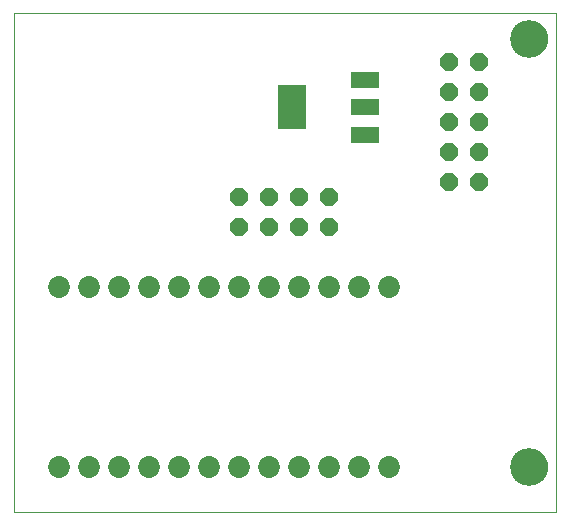
<source format=gts>
G75*
%MOIN*%
%OFA0B0*%
%FSLAX25Y25*%
%IPPOS*%
%LPD*%
%AMOC8*
5,1,8,0,0,1.08239X$1,22.5*
%
%ADD10C,0.00000*%
%ADD11C,0.12611*%
%ADD12R,0.09600X0.05600*%
%ADD13R,0.09461X0.14973*%
%ADD14C,0.07296*%
%ADD15OC8,0.05950*%
D10*
X0001600Y0001600D02*
X0001600Y0168254D01*
X0182427Y0168254D01*
X0182427Y0001600D01*
X0001600Y0001600D01*
X0167663Y0016836D02*
X0167665Y0016989D01*
X0167671Y0017143D01*
X0167681Y0017296D01*
X0167695Y0017448D01*
X0167713Y0017601D01*
X0167735Y0017752D01*
X0167760Y0017903D01*
X0167790Y0018054D01*
X0167824Y0018204D01*
X0167861Y0018352D01*
X0167902Y0018500D01*
X0167947Y0018646D01*
X0167996Y0018792D01*
X0168049Y0018936D01*
X0168105Y0019078D01*
X0168165Y0019219D01*
X0168229Y0019359D01*
X0168296Y0019497D01*
X0168367Y0019633D01*
X0168442Y0019767D01*
X0168519Y0019899D01*
X0168601Y0020029D01*
X0168685Y0020157D01*
X0168773Y0020283D01*
X0168864Y0020406D01*
X0168958Y0020527D01*
X0169056Y0020645D01*
X0169156Y0020761D01*
X0169260Y0020874D01*
X0169366Y0020985D01*
X0169475Y0021093D01*
X0169587Y0021198D01*
X0169701Y0021299D01*
X0169819Y0021398D01*
X0169938Y0021494D01*
X0170060Y0021587D01*
X0170185Y0021676D01*
X0170312Y0021763D01*
X0170441Y0021845D01*
X0170572Y0021925D01*
X0170705Y0022001D01*
X0170840Y0022074D01*
X0170977Y0022143D01*
X0171116Y0022208D01*
X0171256Y0022270D01*
X0171398Y0022328D01*
X0171541Y0022383D01*
X0171686Y0022434D01*
X0171832Y0022481D01*
X0171979Y0022524D01*
X0172127Y0022563D01*
X0172276Y0022599D01*
X0172426Y0022630D01*
X0172577Y0022658D01*
X0172728Y0022682D01*
X0172881Y0022702D01*
X0173033Y0022718D01*
X0173186Y0022730D01*
X0173339Y0022738D01*
X0173492Y0022742D01*
X0173646Y0022742D01*
X0173799Y0022738D01*
X0173952Y0022730D01*
X0174105Y0022718D01*
X0174257Y0022702D01*
X0174410Y0022682D01*
X0174561Y0022658D01*
X0174712Y0022630D01*
X0174862Y0022599D01*
X0175011Y0022563D01*
X0175159Y0022524D01*
X0175306Y0022481D01*
X0175452Y0022434D01*
X0175597Y0022383D01*
X0175740Y0022328D01*
X0175882Y0022270D01*
X0176022Y0022208D01*
X0176161Y0022143D01*
X0176298Y0022074D01*
X0176433Y0022001D01*
X0176566Y0021925D01*
X0176697Y0021845D01*
X0176826Y0021763D01*
X0176953Y0021676D01*
X0177078Y0021587D01*
X0177200Y0021494D01*
X0177319Y0021398D01*
X0177437Y0021299D01*
X0177551Y0021198D01*
X0177663Y0021093D01*
X0177772Y0020985D01*
X0177878Y0020874D01*
X0177982Y0020761D01*
X0178082Y0020645D01*
X0178180Y0020527D01*
X0178274Y0020406D01*
X0178365Y0020283D01*
X0178453Y0020157D01*
X0178537Y0020029D01*
X0178619Y0019899D01*
X0178696Y0019767D01*
X0178771Y0019633D01*
X0178842Y0019497D01*
X0178909Y0019359D01*
X0178973Y0019219D01*
X0179033Y0019078D01*
X0179089Y0018936D01*
X0179142Y0018792D01*
X0179191Y0018646D01*
X0179236Y0018500D01*
X0179277Y0018352D01*
X0179314Y0018204D01*
X0179348Y0018054D01*
X0179378Y0017903D01*
X0179403Y0017752D01*
X0179425Y0017601D01*
X0179443Y0017448D01*
X0179457Y0017296D01*
X0179467Y0017143D01*
X0179473Y0016989D01*
X0179475Y0016836D01*
X0179473Y0016683D01*
X0179467Y0016529D01*
X0179457Y0016376D01*
X0179443Y0016224D01*
X0179425Y0016071D01*
X0179403Y0015920D01*
X0179378Y0015769D01*
X0179348Y0015618D01*
X0179314Y0015468D01*
X0179277Y0015320D01*
X0179236Y0015172D01*
X0179191Y0015026D01*
X0179142Y0014880D01*
X0179089Y0014736D01*
X0179033Y0014594D01*
X0178973Y0014453D01*
X0178909Y0014313D01*
X0178842Y0014175D01*
X0178771Y0014039D01*
X0178696Y0013905D01*
X0178619Y0013773D01*
X0178537Y0013643D01*
X0178453Y0013515D01*
X0178365Y0013389D01*
X0178274Y0013266D01*
X0178180Y0013145D01*
X0178082Y0013027D01*
X0177982Y0012911D01*
X0177878Y0012798D01*
X0177772Y0012687D01*
X0177663Y0012579D01*
X0177551Y0012474D01*
X0177437Y0012373D01*
X0177319Y0012274D01*
X0177200Y0012178D01*
X0177078Y0012085D01*
X0176953Y0011996D01*
X0176826Y0011909D01*
X0176697Y0011827D01*
X0176566Y0011747D01*
X0176433Y0011671D01*
X0176298Y0011598D01*
X0176161Y0011529D01*
X0176022Y0011464D01*
X0175882Y0011402D01*
X0175740Y0011344D01*
X0175597Y0011289D01*
X0175452Y0011238D01*
X0175306Y0011191D01*
X0175159Y0011148D01*
X0175011Y0011109D01*
X0174862Y0011073D01*
X0174712Y0011042D01*
X0174561Y0011014D01*
X0174410Y0010990D01*
X0174257Y0010970D01*
X0174105Y0010954D01*
X0173952Y0010942D01*
X0173799Y0010934D01*
X0173646Y0010930D01*
X0173492Y0010930D01*
X0173339Y0010934D01*
X0173186Y0010942D01*
X0173033Y0010954D01*
X0172881Y0010970D01*
X0172728Y0010990D01*
X0172577Y0011014D01*
X0172426Y0011042D01*
X0172276Y0011073D01*
X0172127Y0011109D01*
X0171979Y0011148D01*
X0171832Y0011191D01*
X0171686Y0011238D01*
X0171541Y0011289D01*
X0171398Y0011344D01*
X0171256Y0011402D01*
X0171116Y0011464D01*
X0170977Y0011529D01*
X0170840Y0011598D01*
X0170705Y0011671D01*
X0170572Y0011747D01*
X0170441Y0011827D01*
X0170312Y0011909D01*
X0170185Y0011996D01*
X0170060Y0012085D01*
X0169938Y0012178D01*
X0169819Y0012274D01*
X0169701Y0012373D01*
X0169587Y0012474D01*
X0169475Y0012579D01*
X0169366Y0012687D01*
X0169260Y0012798D01*
X0169156Y0012911D01*
X0169056Y0013027D01*
X0168958Y0013145D01*
X0168864Y0013266D01*
X0168773Y0013389D01*
X0168685Y0013515D01*
X0168601Y0013643D01*
X0168519Y0013773D01*
X0168442Y0013905D01*
X0168367Y0014039D01*
X0168296Y0014175D01*
X0168229Y0014313D01*
X0168165Y0014453D01*
X0168105Y0014594D01*
X0168049Y0014736D01*
X0167996Y0014880D01*
X0167947Y0015026D01*
X0167902Y0015172D01*
X0167861Y0015320D01*
X0167824Y0015468D01*
X0167790Y0015618D01*
X0167760Y0015769D01*
X0167735Y0015920D01*
X0167713Y0016071D01*
X0167695Y0016224D01*
X0167681Y0016376D01*
X0167671Y0016529D01*
X0167665Y0016683D01*
X0167663Y0016836D01*
X0167663Y0159553D02*
X0167665Y0159706D01*
X0167671Y0159860D01*
X0167681Y0160013D01*
X0167695Y0160165D01*
X0167713Y0160318D01*
X0167735Y0160469D01*
X0167760Y0160620D01*
X0167790Y0160771D01*
X0167824Y0160921D01*
X0167861Y0161069D01*
X0167902Y0161217D01*
X0167947Y0161363D01*
X0167996Y0161509D01*
X0168049Y0161653D01*
X0168105Y0161795D01*
X0168165Y0161936D01*
X0168229Y0162076D01*
X0168296Y0162214D01*
X0168367Y0162350D01*
X0168442Y0162484D01*
X0168519Y0162616D01*
X0168601Y0162746D01*
X0168685Y0162874D01*
X0168773Y0163000D01*
X0168864Y0163123D01*
X0168958Y0163244D01*
X0169056Y0163362D01*
X0169156Y0163478D01*
X0169260Y0163591D01*
X0169366Y0163702D01*
X0169475Y0163810D01*
X0169587Y0163915D01*
X0169701Y0164016D01*
X0169819Y0164115D01*
X0169938Y0164211D01*
X0170060Y0164304D01*
X0170185Y0164393D01*
X0170312Y0164480D01*
X0170441Y0164562D01*
X0170572Y0164642D01*
X0170705Y0164718D01*
X0170840Y0164791D01*
X0170977Y0164860D01*
X0171116Y0164925D01*
X0171256Y0164987D01*
X0171398Y0165045D01*
X0171541Y0165100D01*
X0171686Y0165151D01*
X0171832Y0165198D01*
X0171979Y0165241D01*
X0172127Y0165280D01*
X0172276Y0165316D01*
X0172426Y0165347D01*
X0172577Y0165375D01*
X0172728Y0165399D01*
X0172881Y0165419D01*
X0173033Y0165435D01*
X0173186Y0165447D01*
X0173339Y0165455D01*
X0173492Y0165459D01*
X0173646Y0165459D01*
X0173799Y0165455D01*
X0173952Y0165447D01*
X0174105Y0165435D01*
X0174257Y0165419D01*
X0174410Y0165399D01*
X0174561Y0165375D01*
X0174712Y0165347D01*
X0174862Y0165316D01*
X0175011Y0165280D01*
X0175159Y0165241D01*
X0175306Y0165198D01*
X0175452Y0165151D01*
X0175597Y0165100D01*
X0175740Y0165045D01*
X0175882Y0164987D01*
X0176022Y0164925D01*
X0176161Y0164860D01*
X0176298Y0164791D01*
X0176433Y0164718D01*
X0176566Y0164642D01*
X0176697Y0164562D01*
X0176826Y0164480D01*
X0176953Y0164393D01*
X0177078Y0164304D01*
X0177200Y0164211D01*
X0177319Y0164115D01*
X0177437Y0164016D01*
X0177551Y0163915D01*
X0177663Y0163810D01*
X0177772Y0163702D01*
X0177878Y0163591D01*
X0177982Y0163478D01*
X0178082Y0163362D01*
X0178180Y0163244D01*
X0178274Y0163123D01*
X0178365Y0163000D01*
X0178453Y0162874D01*
X0178537Y0162746D01*
X0178619Y0162616D01*
X0178696Y0162484D01*
X0178771Y0162350D01*
X0178842Y0162214D01*
X0178909Y0162076D01*
X0178973Y0161936D01*
X0179033Y0161795D01*
X0179089Y0161653D01*
X0179142Y0161509D01*
X0179191Y0161363D01*
X0179236Y0161217D01*
X0179277Y0161069D01*
X0179314Y0160921D01*
X0179348Y0160771D01*
X0179378Y0160620D01*
X0179403Y0160469D01*
X0179425Y0160318D01*
X0179443Y0160165D01*
X0179457Y0160013D01*
X0179467Y0159860D01*
X0179473Y0159706D01*
X0179475Y0159553D01*
X0179473Y0159400D01*
X0179467Y0159246D01*
X0179457Y0159093D01*
X0179443Y0158941D01*
X0179425Y0158788D01*
X0179403Y0158637D01*
X0179378Y0158486D01*
X0179348Y0158335D01*
X0179314Y0158185D01*
X0179277Y0158037D01*
X0179236Y0157889D01*
X0179191Y0157743D01*
X0179142Y0157597D01*
X0179089Y0157453D01*
X0179033Y0157311D01*
X0178973Y0157170D01*
X0178909Y0157030D01*
X0178842Y0156892D01*
X0178771Y0156756D01*
X0178696Y0156622D01*
X0178619Y0156490D01*
X0178537Y0156360D01*
X0178453Y0156232D01*
X0178365Y0156106D01*
X0178274Y0155983D01*
X0178180Y0155862D01*
X0178082Y0155744D01*
X0177982Y0155628D01*
X0177878Y0155515D01*
X0177772Y0155404D01*
X0177663Y0155296D01*
X0177551Y0155191D01*
X0177437Y0155090D01*
X0177319Y0154991D01*
X0177200Y0154895D01*
X0177078Y0154802D01*
X0176953Y0154713D01*
X0176826Y0154626D01*
X0176697Y0154544D01*
X0176566Y0154464D01*
X0176433Y0154388D01*
X0176298Y0154315D01*
X0176161Y0154246D01*
X0176022Y0154181D01*
X0175882Y0154119D01*
X0175740Y0154061D01*
X0175597Y0154006D01*
X0175452Y0153955D01*
X0175306Y0153908D01*
X0175159Y0153865D01*
X0175011Y0153826D01*
X0174862Y0153790D01*
X0174712Y0153759D01*
X0174561Y0153731D01*
X0174410Y0153707D01*
X0174257Y0153687D01*
X0174105Y0153671D01*
X0173952Y0153659D01*
X0173799Y0153651D01*
X0173646Y0153647D01*
X0173492Y0153647D01*
X0173339Y0153651D01*
X0173186Y0153659D01*
X0173033Y0153671D01*
X0172881Y0153687D01*
X0172728Y0153707D01*
X0172577Y0153731D01*
X0172426Y0153759D01*
X0172276Y0153790D01*
X0172127Y0153826D01*
X0171979Y0153865D01*
X0171832Y0153908D01*
X0171686Y0153955D01*
X0171541Y0154006D01*
X0171398Y0154061D01*
X0171256Y0154119D01*
X0171116Y0154181D01*
X0170977Y0154246D01*
X0170840Y0154315D01*
X0170705Y0154388D01*
X0170572Y0154464D01*
X0170441Y0154544D01*
X0170312Y0154626D01*
X0170185Y0154713D01*
X0170060Y0154802D01*
X0169938Y0154895D01*
X0169819Y0154991D01*
X0169701Y0155090D01*
X0169587Y0155191D01*
X0169475Y0155296D01*
X0169366Y0155404D01*
X0169260Y0155515D01*
X0169156Y0155628D01*
X0169056Y0155744D01*
X0168958Y0155862D01*
X0168864Y0155983D01*
X0168773Y0156106D01*
X0168685Y0156232D01*
X0168601Y0156360D01*
X0168519Y0156490D01*
X0168442Y0156622D01*
X0168367Y0156756D01*
X0168296Y0156892D01*
X0168229Y0157030D01*
X0168165Y0157170D01*
X0168105Y0157311D01*
X0168049Y0157453D01*
X0167996Y0157597D01*
X0167947Y0157743D01*
X0167902Y0157889D01*
X0167861Y0158037D01*
X0167824Y0158185D01*
X0167790Y0158335D01*
X0167760Y0158486D01*
X0167735Y0158637D01*
X0167713Y0158788D01*
X0167695Y0158941D01*
X0167681Y0159093D01*
X0167671Y0159246D01*
X0167665Y0159400D01*
X0167663Y0159553D01*
D11*
X0173569Y0159553D03*
X0173569Y0016836D03*
D12*
X0118800Y0127500D03*
X0118800Y0136600D03*
X0118800Y0145700D03*
D13*
X0094399Y0136600D03*
D14*
X0096600Y0076600D03*
X0086600Y0076600D03*
X0076600Y0076600D03*
X0066600Y0076600D03*
X0056600Y0076600D03*
X0046600Y0076600D03*
X0036600Y0076600D03*
X0026600Y0076600D03*
X0016600Y0076600D03*
X0016600Y0016600D03*
X0026600Y0016600D03*
X0036600Y0016600D03*
X0046600Y0016600D03*
X0056600Y0016600D03*
X0066600Y0016600D03*
X0076600Y0016600D03*
X0086600Y0016600D03*
X0096600Y0016600D03*
X0106600Y0016600D03*
X0116600Y0016600D03*
X0126600Y0016600D03*
X0126600Y0076600D03*
X0116600Y0076600D03*
X0106600Y0076600D03*
D15*
X0106600Y0096600D03*
X0106600Y0106600D03*
X0096600Y0106600D03*
X0096600Y0096600D03*
X0086600Y0096600D03*
X0086600Y0106600D03*
X0076600Y0106600D03*
X0076600Y0096600D03*
X0146600Y0111600D03*
X0146600Y0121600D03*
X0146600Y0131600D03*
X0146600Y0141600D03*
X0146600Y0151600D03*
X0156600Y0151600D03*
X0156600Y0141600D03*
X0156600Y0131600D03*
X0156600Y0121600D03*
X0156600Y0111600D03*
M02*

</source>
